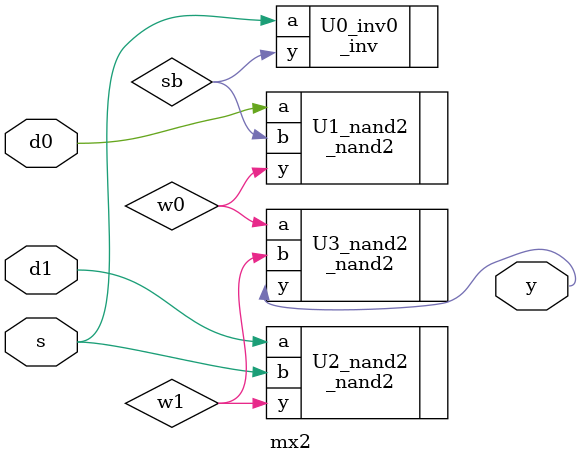
<source format=v>

module mx2(y,d0,d1,s); //Module of 2-to-1 Multiplexer.
	input d0,d1,s; //d0~1 : Variables for input data. //s : Variable for seletion input data
	output y; //Output data of mx2.
	wire sb,w0,w1; //sb : Inverted value of s. Make different values between nd20 and nd21.
						//w0~1 : Wires for output data of nd20~1. Also wire for input data of mn22.
	_inv U0_inv0(.a(s),.y(sb)); //Invert value of s
	_nand2 U1_nand2(.a(d0),.b(sb),.y(w0)); //If values of d0 and sb are 1, w0 has 0 but if not, it has 1.
	_nand2 U2_nand2(.a(d1),.b(s),.y(w1)); //If values of d1 and s are 1, w1 has 0 but if not, it has 1.
	_nand2 U3_nand2(.a(w0),.b(w1),.y(y)); //If there is match signal, nd22 print out 1 and y will have 1.
	
endmodule //End of module
</source>
